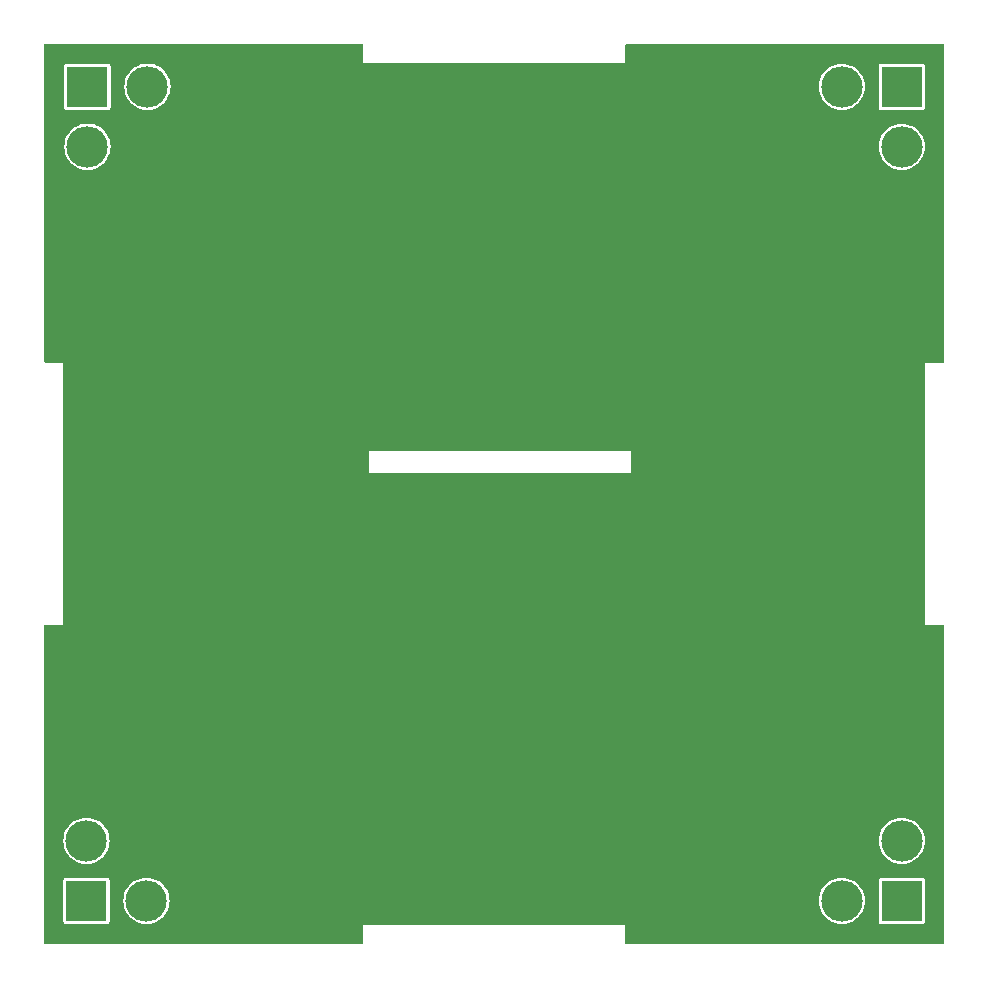
<source format=gbr>
%TF.GenerationSoftware,KiCad,Pcbnew,7.0.5-0*%
%TF.CreationDate,2024-04-21T20:24:40-04:00*%
%TF.ProjectId,swr_meter_bottom,7377725f-6d65-4746-9572-5f626f74746f,rev?*%
%TF.SameCoordinates,Original*%
%TF.FileFunction,Copper,L1,Top*%
%TF.FilePolarity,Positive*%
%FSLAX46Y46*%
G04 Gerber Fmt 4.6, Leading zero omitted, Abs format (unit mm)*
G04 Created by KiCad (PCBNEW 7.0.5-0) date 2024-04-21 20:24:40*
%MOMM*%
%LPD*%
G01*
G04 APERTURE LIST*
%TA.AperFunction,ComponentPad*%
%ADD10R,3.500000X3.500000*%
%TD*%
%TA.AperFunction,ComponentPad*%
%ADD11O,3.500000X3.500000*%
%TD*%
G04 APERTURE END LIST*
D10*
%TO.P,J48,1,Pin_1*%
%TO.N,N/C*%
X172615000Y-27435000D03*
D11*
%TO.P,J48,2,Pin_2*%
X167535000Y-27435000D03*
%TO.P,J48,3,Pin_3*%
X172615000Y-32515000D03*
%TD*%
D10*
%TO.P,J47,1,Pin_1*%
%TO.N,N/C*%
X172610000Y-96370000D03*
D11*
%TO.P,J47,2,Pin_2*%
X172610000Y-91290000D03*
%TO.P,J47,3,Pin_3*%
X167530000Y-96370000D03*
%TD*%
D10*
%TO.P,J45,1,Pin_1*%
%TO.N,N/C*%
X103660000Y-27430000D03*
D11*
%TO.P,J45,2,Pin_2*%
X103660000Y-32510000D03*
%TO.P,J45,3,Pin_3*%
X108740000Y-27430000D03*
%TD*%
D10*
%TO.P,J46,1,Pin_1*%
%TO.N,N/C*%
X103580000Y-96365000D03*
D11*
%TO.P,J46,2,Pin_2*%
X108660000Y-96365000D03*
%TO.P,J46,3,Pin_3*%
X103580000Y-91285000D03*
%TD*%
%TA.AperFunction,NonConductor*%
G36*
X176158044Y-23819666D02*
G01*
X176194589Y-23869966D01*
X176199513Y-23901053D01*
X176199513Y-50698900D01*
X176180300Y-50758031D01*
X176130000Y-50794576D01*
X176098913Y-50799500D01*
X174620106Y-50799500D01*
X174619970Y-50799472D01*
X174619970Y-50799473D01*
X174599997Y-50799458D01*
X174599617Y-50799615D01*
X174599463Y-50799990D01*
X174599500Y-50818556D01*
X174599500Y-72980038D01*
X174599424Y-72980419D01*
X174599463Y-73000009D01*
X174599617Y-73000384D01*
X174599997Y-73000541D01*
X174599999Y-73000540D01*
X174600000Y-73000541D01*
X174600000Y-73000540D01*
X174619970Y-73000527D01*
X174620106Y-73000500D01*
X176098913Y-73000500D01*
X176158044Y-73019713D01*
X176194589Y-73070013D01*
X176199513Y-73101100D01*
X176199513Y-99898900D01*
X176180300Y-99958031D01*
X176130000Y-99994576D01*
X176098913Y-99999500D01*
X149301102Y-99999500D01*
X149241971Y-99980287D01*
X149205426Y-99929987D01*
X149200502Y-99898900D01*
X149200501Y-98408365D01*
X149200541Y-98400003D01*
X149200543Y-98400001D01*
X149200385Y-98399618D01*
X149200384Y-98399617D01*
X149200122Y-98399509D01*
X149200004Y-98399460D01*
X149180102Y-98399460D01*
X149179896Y-98399501D01*
X127020108Y-98399501D01*
X127019902Y-98399460D01*
X126999999Y-98399460D01*
X126999881Y-98399509D01*
X126999619Y-98399616D01*
X126999618Y-98399617D01*
X126999460Y-98399998D01*
X126999475Y-98419971D01*
X126999502Y-98420107D01*
X126999502Y-99898900D01*
X126980289Y-99958031D01*
X126929989Y-99994576D01*
X126898902Y-99999500D01*
X100101100Y-99999500D01*
X100041969Y-99980287D01*
X100005424Y-99929987D01*
X100000500Y-99898900D01*
X100000500Y-98135064D01*
X101626300Y-98135064D01*
X101627295Y-98140064D01*
X101638118Y-98194479D01*
X101638119Y-98194480D01*
X101683140Y-98261860D01*
X101750520Y-98306881D01*
X101809936Y-98318700D01*
X101809937Y-98318700D01*
X105350063Y-98318700D01*
X105350064Y-98318700D01*
X105409480Y-98306881D01*
X105476860Y-98261860D01*
X105521881Y-98194480D01*
X105533700Y-98135064D01*
X105533700Y-96365000D01*
X106701309Y-96365000D01*
X106721246Y-96643751D01*
X106721246Y-96643754D01*
X106721247Y-96643757D01*
X106780651Y-96916831D01*
X106878307Y-97178659D01*
X106878310Y-97178666D01*
X106878312Y-97178670D01*
X106945277Y-97301308D01*
X107012245Y-97423951D01*
X107012246Y-97423952D01*
X107179717Y-97647667D01*
X107377332Y-97845282D01*
X107601047Y-98012753D01*
X107601048Y-98012754D01*
X107601052Y-98012756D01*
X107846330Y-98146688D01*
X107846337Y-98146690D01*
X107846340Y-98146692D01*
X108108168Y-98244348D01*
X108108173Y-98244350D01*
X108381249Y-98303754D01*
X108660000Y-98323691D01*
X108938751Y-98303754D01*
X109211827Y-98244350D01*
X109473670Y-98146688D01*
X109718948Y-98012756D01*
X109942670Y-97845280D01*
X110140280Y-97647670D01*
X110307756Y-97423948D01*
X110441688Y-97178670D01*
X110539350Y-96916827D01*
X110598754Y-96643751D01*
X110618333Y-96370000D01*
X165571309Y-96370000D01*
X165591246Y-96648751D01*
X165591246Y-96648754D01*
X165591247Y-96648757D01*
X165650651Y-96921831D01*
X165748307Y-97183659D01*
X165748310Y-97183666D01*
X165748312Y-97183670D01*
X165815278Y-97306309D01*
X165882245Y-97428951D01*
X165882246Y-97428952D01*
X166049717Y-97652667D01*
X166247332Y-97850282D01*
X166471047Y-98017753D01*
X166471048Y-98017754D01*
X166471052Y-98017756D01*
X166716330Y-98151688D01*
X166716337Y-98151690D01*
X166716340Y-98151692D01*
X166831060Y-98194480D01*
X166964767Y-98244350D01*
X166978168Y-98249348D01*
X166978173Y-98249350D01*
X167251249Y-98308754D01*
X167530000Y-98328691D01*
X167808751Y-98308754D01*
X168081827Y-98249350D01*
X168343670Y-98151688D01*
X168364958Y-98140064D01*
X170656300Y-98140064D01*
X170658612Y-98151688D01*
X170668118Y-98199479D01*
X170668119Y-98199480D01*
X170713140Y-98266860D01*
X170780520Y-98311881D01*
X170839936Y-98323700D01*
X170839937Y-98323700D01*
X174380063Y-98323700D01*
X174380064Y-98323700D01*
X174439480Y-98311881D01*
X174506860Y-98266860D01*
X174551881Y-98199480D01*
X174563700Y-98140064D01*
X174563700Y-94599936D01*
X174551881Y-94540520D01*
X174506860Y-94473140D01*
X174461837Y-94443057D01*
X174439479Y-94428118D01*
X174391882Y-94418650D01*
X174380064Y-94416300D01*
X170839936Y-94416300D01*
X170830078Y-94418260D01*
X170780520Y-94428118D01*
X170713140Y-94473140D01*
X170668118Y-94540520D01*
X170659608Y-94583307D01*
X170656300Y-94599936D01*
X170656300Y-98140064D01*
X168364958Y-98140064D01*
X168588948Y-98017756D01*
X168812670Y-97850280D01*
X169010280Y-97652670D01*
X169177756Y-97428948D01*
X169311688Y-97183670D01*
X169409350Y-96921827D01*
X169468754Y-96648751D01*
X169488691Y-96370000D01*
X169468754Y-96091249D01*
X169409350Y-95818173D01*
X169311688Y-95556330D01*
X169177756Y-95311052D01*
X169177754Y-95311048D01*
X169177753Y-95311047D01*
X169010282Y-95087332D01*
X168812667Y-94889717D01*
X168588952Y-94722246D01*
X168588951Y-94722245D01*
X168466309Y-94655278D01*
X168343670Y-94588312D01*
X168343666Y-94588310D01*
X168343659Y-94588307D01*
X168081831Y-94490651D01*
X168081832Y-94490651D01*
X167808757Y-94431247D01*
X167808754Y-94431246D01*
X167808751Y-94431246D01*
X167530000Y-94411309D01*
X167251249Y-94431246D01*
X167251245Y-94431246D01*
X167251242Y-94431247D01*
X166978168Y-94490651D01*
X166716340Y-94588307D01*
X166716332Y-94588311D01*
X166471048Y-94722245D01*
X166471047Y-94722246D01*
X166247332Y-94889717D01*
X166049717Y-95087332D01*
X165882246Y-95311047D01*
X165882245Y-95311048D01*
X165748311Y-95556332D01*
X165748307Y-95556340D01*
X165650651Y-95818168D01*
X165591247Y-96091242D01*
X165591246Y-96091245D01*
X165591246Y-96091249D01*
X165571309Y-96370000D01*
X110618333Y-96370000D01*
X110618691Y-96365000D01*
X110598754Y-96086249D01*
X110539350Y-95813173D01*
X110441688Y-95551330D01*
X110310484Y-95311048D01*
X110307754Y-95306048D01*
X110307753Y-95306047D01*
X110140282Y-95082332D01*
X109942667Y-94884717D01*
X109718952Y-94717246D01*
X109718951Y-94717245D01*
X109596309Y-94650277D01*
X109473670Y-94583312D01*
X109473666Y-94583310D01*
X109473659Y-94583307D01*
X109211831Y-94485651D01*
X109211832Y-94485651D01*
X108938757Y-94426247D01*
X108938754Y-94426246D01*
X108938751Y-94426246D01*
X108660000Y-94406309D01*
X108381249Y-94426246D01*
X108381245Y-94426246D01*
X108381242Y-94426247D01*
X108108168Y-94485651D01*
X107846340Y-94583307D01*
X107846332Y-94583311D01*
X107601048Y-94717245D01*
X107601047Y-94717246D01*
X107377332Y-94884717D01*
X107179717Y-95082332D01*
X107012246Y-95306047D01*
X107012245Y-95306048D01*
X106878311Y-95551332D01*
X106878307Y-95551340D01*
X106780651Y-95813168D01*
X106721247Y-96086242D01*
X106721246Y-96086245D01*
X106721246Y-96086249D01*
X106701309Y-96365000D01*
X105533700Y-96365000D01*
X105533700Y-94594936D01*
X105521881Y-94535520D01*
X105476860Y-94468140D01*
X105421643Y-94431246D01*
X105409479Y-94423118D01*
X105361882Y-94413650D01*
X105350064Y-94411300D01*
X101809936Y-94411300D01*
X101800078Y-94413260D01*
X101750520Y-94423118D01*
X101683140Y-94468140D01*
X101638118Y-94535520D01*
X101628613Y-94583307D01*
X101626300Y-94594936D01*
X101626300Y-98135064D01*
X100000500Y-98135064D01*
X100000500Y-91285000D01*
X101621309Y-91285000D01*
X101641246Y-91563751D01*
X101641246Y-91563754D01*
X101641247Y-91563757D01*
X101700651Y-91836831D01*
X101798307Y-92098659D01*
X101798310Y-92098666D01*
X101798312Y-92098670D01*
X101865277Y-92221309D01*
X101932245Y-92343951D01*
X101932246Y-92343952D01*
X102099717Y-92567667D01*
X102297332Y-92765282D01*
X102521047Y-92932753D01*
X102521048Y-92932754D01*
X102521052Y-92932756D01*
X102766330Y-93066688D01*
X102766337Y-93066690D01*
X102766340Y-93066692D01*
X103028168Y-93164348D01*
X103028173Y-93164350D01*
X103301249Y-93223754D01*
X103580000Y-93243691D01*
X103858751Y-93223754D01*
X104131827Y-93164350D01*
X104393670Y-93066688D01*
X104638948Y-92932756D01*
X104862670Y-92765280D01*
X105060280Y-92567670D01*
X105227756Y-92343948D01*
X105361688Y-92098670D01*
X105459350Y-91836827D01*
X105518754Y-91563751D01*
X105538333Y-91290000D01*
X170651309Y-91290000D01*
X170671246Y-91568751D01*
X170671246Y-91568754D01*
X170671247Y-91568757D01*
X170730651Y-91841831D01*
X170828307Y-92103659D01*
X170828310Y-92103666D01*
X170828312Y-92103670D01*
X170895278Y-92226308D01*
X170962245Y-92348951D01*
X170962246Y-92348952D01*
X171129717Y-92572667D01*
X171327332Y-92770282D01*
X171551047Y-92937753D01*
X171551048Y-92937754D01*
X171551052Y-92937756D01*
X171796330Y-93071688D01*
X171796337Y-93071690D01*
X171796340Y-93071692D01*
X171970891Y-93136796D01*
X172044767Y-93164350D01*
X172058168Y-93169348D01*
X172058173Y-93169350D01*
X172331249Y-93228754D01*
X172610000Y-93248691D01*
X172888751Y-93228754D01*
X173161827Y-93169350D01*
X173423670Y-93071688D01*
X173668948Y-92937756D01*
X173892670Y-92770280D01*
X174090280Y-92572670D01*
X174257756Y-92348948D01*
X174391688Y-92103670D01*
X174489350Y-91841827D01*
X174548754Y-91568751D01*
X174568691Y-91290000D01*
X174548754Y-91011249D01*
X174489350Y-90738173D01*
X174391688Y-90476330D01*
X174257756Y-90231052D01*
X174257754Y-90231048D01*
X174257753Y-90231047D01*
X174090282Y-90007332D01*
X173892667Y-89809717D01*
X173668952Y-89642246D01*
X173668951Y-89642245D01*
X173546309Y-89575277D01*
X173423670Y-89508312D01*
X173423666Y-89508310D01*
X173423659Y-89508307D01*
X173161831Y-89410651D01*
X173161832Y-89410651D01*
X172888757Y-89351247D01*
X172888754Y-89351246D01*
X172888751Y-89351246D01*
X172610000Y-89331309D01*
X172609999Y-89331309D01*
X172575074Y-89333806D01*
X172331249Y-89351246D01*
X172331245Y-89351246D01*
X172331242Y-89351247D01*
X172058168Y-89410651D01*
X171796340Y-89508307D01*
X171796332Y-89508311D01*
X171551048Y-89642245D01*
X171551047Y-89642246D01*
X171327332Y-89809717D01*
X171129717Y-90007332D01*
X170962246Y-90231047D01*
X170962245Y-90231048D01*
X170828311Y-90476332D01*
X170828307Y-90476340D01*
X170730651Y-90738168D01*
X170671247Y-91011242D01*
X170671246Y-91011245D01*
X170671246Y-91011249D01*
X170651309Y-91290000D01*
X105538333Y-91290000D01*
X105538691Y-91285000D01*
X105518754Y-91006249D01*
X105459350Y-90733173D01*
X105361688Y-90471330D01*
X105230484Y-90231048D01*
X105227754Y-90226048D01*
X105227753Y-90226047D01*
X105060282Y-90002332D01*
X104862667Y-89804717D01*
X104638952Y-89637246D01*
X104638951Y-89637245D01*
X104516309Y-89570277D01*
X104393670Y-89503312D01*
X104393666Y-89503310D01*
X104393659Y-89503307D01*
X104131831Y-89405651D01*
X104131832Y-89405651D01*
X103858757Y-89346247D01*
X103858754Y-89346246D01*
X103858751Y-89346246D01*
X103580000Y-89326309D01*
X103301249Y-89346246D01*
X103301245Y-89346246D01*
X103301242Y-89346247D01*
X103028168Y-89405651D01*
X102766340Y-89503307D01*
X102766332Y-89503311D01*
X102521048Y-89637245D01*
X102521047Y-89637246D01*
X102297332Y-89804717D01*
X102099717Y-90002332D01*
X101932246Y-90226047D01*
X101932245Y-90226048D01*
X101798311Y-90471332D01*
X101798307Y-90471340D01*
X101700651Y-90733168D01*
X101641247Y-91006242D01*
X101641246Y-91006245D01*
X101641246Y-91006249D01*
X101621309Y-91285000D01*
X100000500Y-91285000D01*
X100000500Y-73101100D01*
X100019713Y-73041969D01*
X100070013Y-73005424D01*
X100101100Y-73000500D01*
X101579894Y-73000500D01*
X101580029Y-73000527D01*
X101580030Y-73000527D01*
X101599999Y-73000540D01*
X101600000Y-73000541D01*
X101600000Y-73000540D01*
X101600002Y-73000541D01*
X101600382Y-73000384D01*
X101600382Y-73000383D01*
X101600383Y-73000383D01*
X101600500Y-73000099D01*
X101600541Y-73000000D01*
X101600575Y-72980460D01*
X101600500Y-72980077D01*
X101600500Y-60080460D01*
X127516824Y-60080460D01*
X127516858Y-60100000D01*
X127516935Y-60100184D01*
X127517017Y-60100384D01*
X127517397Y-60100541D01*
X127517399Y-60100540D01*
X127517400Y-60100541D01*
X127517400Y-60100540D01*
X127537370Y-60100527D01*
X127537506Y-60100500D01*
X149679896Y-60100500D01*
X149680031Y-60100527D01*
X149680032Y-60100527D01*
X149700001Y-60100540D01*
X149700002Y-60100541D01*
X149700002Y-60100540D01*
X149700004Y-60100541D01*
X149700384Y-60100384D01*
X149700384Y-60100383D01*
X149700385Y-60100383D01*
X149700502Y-60100099D01*
X149700543Y-60100000D01*
X149700577Y-60080460D01*
X149700502Y-60080077D01*
X149700502Y-58320106D01*
X149700528Y-58319970D01*
X149700543Y-58299997D01*
X149700385Y-58299616D01*
X149700122Y-58299508D01*
X149700004Y-58299459D01*
X149680102Y-58299459D01*
X149679896Y-58299500D01*
X127537506Y-58299500D01*
X127537300Y-58299459D01*
X127517397Y-58299459D01*
X127517279Y-58299508D01*
X127517017Y-58299615D01*
X127517016Y-58299616D01*
X127516858Y-58299997D01*
X127516873Y-58319970D01*
X127516900Y-58320106D01*
X127516900Y-60080077D01*
X127516824Y-60080460D01*
X101600500Y-60080460D01*
X101600500Y-50820106D01*
X101600526Y-50819970D01*
X101600541Y-50799997D01*
X101600383Y-50799616D01*
X101600120Y-50799508D01*
X101600002Y-50799459D01*
X101580100Y-50799459D01*
X101579894Y-50799500D01*
X100101100Y-50799500D01*
X100041969Y-50780287D01*
X100005424Y-50729987D01*
X100000500Y-50698900D01*
X100000500Y-32510000D01*
X101701309Y-32510000D01*
X101721246Y-32788751D01*
X101721246Y-32788754D01*
X101721247Y-32788757D01*
X101780651Y-33061831D01*
X101878307Y-33323659D01*
X101878310Y-33323666D01*
X101878312Y-33323670D01*
X101945278Y-33446309D01*
X102012245Y-33568951D01*
X102012246Y-33568952D01*
X102179717Y-33792667D01*
X102377332Y-33990282D01*
X102601047Y-34157753D01*
X102601048Y-34157754D01*
X102601052Y-34157756D01*
X102846330Y-34291688D01*
X102846337Y-34291690D01*
X102846340Y-34291692D01*
X103108168Y-34389348D01*
X103108173Y-34389350D01*
X103381249Y-34448754D01*
X103660000Y-34468691D01*
X103938751Y-34448754D01*
X104211827Y-34389350D01*
X104473670Y-34291688D01*
X104718948Y-34157756D01*
X104942670Y-33990280D01*
X105140280Y-33792670D01*
X105307756Y-33568948D01*
X105441688Y-33323670D01*
X105539350Y-33061827D01*
X105598754Y-32788751D01*
X105618333Y-32515000D01*
X170656309Y-32515000D01*
X170676246Y-32793751D01*
X170676246Y-32793754D01*
X170676247Y-32793757D01*
X170735651Y-33066831D01*
X170833307Y-33328659D01*
X170833310Y-33328666D01*
X170833312Y-33328670D01*
X170900278Y-33451309D01*
X170967245Y-33573951D01*
X170967246Y-33573952D01*
X171134717Y-33797667D01*
X171332332Y-33995282D01*
X171556047Y-34162753D01*
X171556048Y-34162754D01*
X171556052Y-34162756D01*
X171801330Y-34296688D01*
X171801337Y-34296690D01*
X171801340Y-34296692D01*
X171975891Y-34361795D01*
X172049767Y-34389350D01*
X172063168Y-34394348D01*
X172063173Y-34394350D01*
X172336249Y-34453754D01*
X172615000Y-34473691D01*
X172893751Y-34453754D01*
X173166827Y-34394350D01*
X173428670Y-34296688D01*
X173673948Y-34162756D01*
X173897670Y-33995280D01*
X174095280Y-33797670D01*
X174262756Y-33573948D01*
X174396688Y-33328670D01*
X174494350Y-33066827D01*
X174553754Y-32793751D01*
X174573691Y-32515000D01*
X174553754Y-32236249D01*
X174494350Y-31963173D01*
X174396688Y-31701330D01*
X174262756Y-31456052D01*
X174262754Y-31456048D01*
X174262753Y-31456047D01*
X174095282Y-31232332D01*
X173897667Y-31034717D01*
X173673952Y-30867246D01*
X173673951Y-30867245D01*
X173551309Y-30800277D01*
X173428670Y-30733312D01*
X173428666Y-30733310D01*
X173428659Y-30733307D01*
X173166831Y-30635651D01*
X173166832Y-30635651D01*
X172893757Y-30576247D01*
X172893754Y-30576246D01*
X172893751Y-30576246D01*
X172615000Y-30556309D01*
X172336249Y-30576246D01*
X172336245Y-30576246D01*
X172336242Y-30576247D01*
X172063168Y-30635651D01*
X171801340Y-30733307D01*
X171801332Y-30733311D01*
X171556048Y-30867245D01*
X171556047Y-30867246D01*
X171332332Y-31034717D01*
X171134717Y-31232332D01*
X170967246Y-31456047D01*
X170967245Y-31456048D01*
X170833311Y-31701332D01*
X170833307Y-31701340D01*
X170735651Y-31963168D01*
X170676247Y-32236242D01*
X170676246Y-32236245D01*
X170676246Y-32236249D01*
X170656309Y-32515000D01*
X105618333Y-32515000D01*
X105618691Y-32510000D01*
X105598754Y-32231249D01*
X105539350Y-31958173D01*
X105441688Y-31696330D01*
X105310484Y-31456048D01*
X105307754Y-31451048D01*
X105307753Y-31451047D01*
X105140282Y-31227332D01*
X104942667Y-31029717D01*
X104718952Y-30862246D01*
X104718951Y-30862245D01*
X104596309Y-30795277D01*
X104473670Y-30728312D01*
X104473666Y-30728310D01*
X104473659Y-30728307D01*
X104211831Y-30630651D01*
X104211832Y-30630651D01*
X103938757Y-30571247D01*
X103938754Y-30571246D01*
X103938751Y-30571246D01*
X103660000Y-30551309D01*
X103381249Y-30571246D01*
X103381245Y-30571246D01*
X103381242Y-30571247D01*
X103108168Y-30630651D01*
X102846340Y-30728307D01*
X102846332Y-30728311D01*
X102601048Y-30862245D01*
X102601047Y-30862246D01*
X102377332Y-31029717D01*
X102179717Y-31227332D01*
X102012246Y-31451047D01*
X102012245Y-31451048D01*
X101878311Y-31696332D01*
X101878307Y-31696340D01*
X101780651Y-31958168D01*
X101721247Y-32231242D01*
X101721246Y-32231245D01*
X101721246Y-32231249D01*
X101701309Y-32510000D01*
X100000500Y-32510000D01*
X100000500Y-29200064D01*
X101706300Y-29200064D01*
X101707295Y-29205064D01*
X101718118Y-29259479D01*
X101718119Y-29259480D01*
X101763140Y-29326860D01*
X101830520Y-29371881D01*
X101889936Y-29383700D01*
X101889937Y-29383700D01*
X105430063Y-29383700D01*
X105430064Y-29383700D01*
X105489480Y-29371881D01*
X105556860Y-29326860D01*
X105601881Y-29259480D01*
X105613700Y-29200064D01*
X105613700Y-27430000D01*
X106781309Y-27430000D01*
X106801246Y-27708751D01*
X106801246Y-27708754D01*
X106801247Y-27708757D01*
X106860651Y-27981831D01*
X106958307Y-28243659D01*
X106958310Y-28243666D01*
X106958312Y-28243670D01*
X107025278Y-28366308D01*
X107092245Y-28488951D01*
X107092246Y-28488952D01*
X107259717Y-28712667D01*
X107457332Y-28910282D01*
X107681047Y-29077753D01*
X107681048Y-29077754D01*
X107681052Y-29077756D01*
X107926330Y-29211688D01*
X107926337Y-29211690D01*
X107926340Y-29211692D01*
X108188168Y-29309348D01*
X108188173Y-29309350D01*
X108461249Y-29368754D01*
X108740000Y-29388691D01*
X109018751Y-29368754D01*
X109291827Y-29309350D01*
X109553670Y-29211688D01*
X109798948Y-29077756D01*
X110022670Y-28910280D01*
X110220280Y-28712670D01*
X110387756Y-28488948D01*
X110521688Y-28243670D01*
X110619350Y-27981827D01*
X110678754Y-27708751D01*
X110698333Y-27435000D01*
X165576309Y-27435000D01*
X165596246Y-27713751D01*
X165596246Y-27713754D01*
X165596247Y-27713757D01*
X165655651Y-27986831D01*
X165753307Y-28248659D01*
X165753310Y-28248666D01*
X165753312Y-28248670D01*
X165820278Y-28371308D01*
X165887245Y-28493951D01*
X165887246Y-28493952D01*
X166054717Y-28717667D01*
X166252332Y-28915282D01*
X166476047Y-29082753D01*
X166476048Y-29082754D01*
X166476052Y-29082756D01*
X166721330Y-29216688D01*
X166721337Y-29216690D01*
X166721340Y-29216692D01*
X166836060Y-29259480D01*
X166969767Y-29309350D01*
X166983168Y-29314348D01*
X166983173Y-29314350D01*
X167256249Y-29373754D01*
X167535000Y-29393691D01*
X167813751Y-29373754D01*
X168086827Y-29314350D01*
X168348670Y-29216688D01*
X168369958Y-29205064D01*
X170661300Y-29205064D01*
X170663612Y-29216688D01*
X170673118Y-29264479D01*
X170673119Y-29264480D01*
X170718140Y-29331860D01*
X170785520Y-29376881D01*
X170844936Y-29388700D01*
X170844937Y-29388700D01*
X174385063Y-29388700D01*
X174385064Y-29388700D01*
X174444480Y-29376881D01*
X174511860Y-29331860D01*
X174556881Y-29264480D01*
X174568700Y-29205064D01*
X174568700Y-25664936D01*
X174556881Y-25605520D01*
X174511860Y-25538140D01*
X174466838Y-25508057D01*
X174444479Y-25493118D01*
X174396882Y-25483650D01*
X174385064Y-25481300D01*
X170844936Y-25481300D01*
X170835078Y-25483260D01*
X170785520Y-25493118D01*
X170718140Y-25538140D01*
X170673118Y-25605520D01*
X170664608Y-25648307D01*
X170661300Y-25664936D01*
X170661300Y-29205064D01*
X168369958Y-29205064D01*
X168593948Y-29082756D01*
X168817670Y-28915280D01*
X169015280Y-28717670D01*
X169182756Y-28493948D01*
X169316688Y-28248670D01*
X169414350Y-27986827D01*
X169473754Y-27713751D01*
X169493691Y-27435000D01*
X169473754Y-27156249D01*
X169414350Y-26883173D01*
X169316688Y-26621330D01*
X169182756Y-26376052D01*
X169182754Y-26376048D01*
X169182753Y-26376047D01*
X169015282Y-26152332D01*
X168817667Y-25954717D01*
X168593952Y-25787246D01*
X168593951Y-25787245D01*
X168471308Y-25720277D01*
X168348670Y-25653312D01*
X168348666Y-25653310D01*
X168348659Y-25653307D01*
X168086831Y-25555651D01*
X168086832Y-25555651D01*
X167813757Y-25496247D01*
X167813754Y-25496246D01*
X167813751Y-25496246D01*
X167535000Y-25476309D01*
X167534999Y-25476309D01*
X167500074Y-25478806D01*
X167256249Y-25496246D01*
X167256245Y-25496246D01*
X167256242Y-25496247D01*
X166983168Y-25555651D01*
X166721340Y-25653307D01*
X166721332Y-25653311D01*
X166476048Y-25787245D01*
X166476047Y-25787246D01*
X166252332Y-25954717D01*
X166054717Y-26152332D01*
X165887246Y-26376047D01*
X165887245Y-26376048D01*
X165753311Y-26621332D01*
X165753307Y-26621340D01*
X165655651Y-26883168D01*
X165596247Y-27156242D01*
X165596246Y-27156245D01*
X165596246Y-27156249D01*
X165576309Y-27435000D01*
X110698333Y-27435000D01*
X110698691Y-27430000D01*
X110678754Y-27151249D01*
X110619350Y-26878173D01*
X110521688Y-26616330D01*
X110390484Y-26376048D01*
X110387754Y-26371048D01*
X110387753Y-26371047D01*
X110220282Y-26147332D01*
X110022667Y-25949717D01*
X109798952Y-25782246D01*
X109798951Y-25782245D01*
X109676309Y-25715277D01*
X109553670Y-25648312D01*
X109553666Y-25648310D01*
X109553659Y-25648307D01*
X109291831Y-25550651D01*
X109291832Y-25550651D01*
X109018757Y-25491247D01*
X109018754Y-25491246D01*
X109018751Y-25491246D01*
X108740000Y-25471309D01*
X108739999Y-25471309D01*
X108705074Y-25473806D01*
X108461249Y-25491246D01*
X108461245Y-25491246D01*
X108461242Y-25491247D01*
X108188168Y-25550651D01*
X107926340Y-25648307D01*
X107926332Y-25648311D01*
X107681048Y-25782245D01*
X107681047Y-25782246D01*
X107457332Y-25949717D01*
X107259717Y-26147332D01*
X107092246Y-26371047D01*
X107092245Y-26371048D01*
X106958311Y-26616332D01*
X106958307Y-26616340D01*
X106860651Y-26878168D01*
X106801247Y-27151242D01*
X106801246Y-27151245D01*
X106801246Y-27151249D01*
X106781309Y-27430000D01*
X105613700Y-27430000D01*
X105613700Y-25659936D01*
X105601881Y-25600520D01*
X105556860Y-25533140D01*
X105501643Y-25496246D01*
X105489479Y-25488118D01*
X105441882Y-25478650D01*
X105430064Y-25476300D01*
X101889936Y-25476300D01*
X101880078Y-25478260D01*
X101830520Y-25488118D01*
X101763140Y-25533140D01*
X101718118Y-25600520D01*
X101708613Y-25648307D01*
X101706300Y-25659936D01*
X101706300Y-29200064D01*
X100000500Y-29200064D01*
X100000500Y-23901053D01*
X100019713Y-23841922D01*
X100070013Y-23805377D01*
X100101099Y-23800453D01*
X126898904Y-23800470D01*
X126958033Y-23819683D01*
X126994578Y-23869983D01*
X126999502Y-23901070D01*
X126999502Y-25380078D01*
X126999426Y-25380461D01*
X126999460Y-25400001D01*
X126999537Y-25400185D01*
X126999619Y-25400385D01*
X126999999Y-25400542D01*
X127000001Y-25400541D01*
X127000002Y-25400542D01*
X127000002Y-25400541D01*
X127019972Y-25400528D01*
X127020108Y-25400501D01*
X149179896Y-25400501D01*
X149180031Y-25400528D01*
X149180032Y-25400528D01*
X149200001Y-25400541D01*
X149200002Y-25400542D01*
X149200002Y-25400541D01*
X149200004Y-25400542D01*
X149200384Y-25400385D01*
X149200384Y-25400384D01*
X149200385Y-25400384D01*
X149200502Y-25400100D01*
X149200543Y-25400001D01*
X149200577Y-25380461D01*
X149200502Y-25380078D01*
X149200502Y-23901053D01*
X149219715Y-23841922D01*
X149270015Y-23805377D01*
X149301102Y-23800453D01*
X176098913Y-23800453D01*
X176158044Y-23819666D01*
G37*
%TD.AperFunction*%
%TA.AperFunction,NonConductor*%
G36*
X176158044Y-23819666D02*
G01*
X176194589Y-23869966D01*
X176199513Y-23901053D01*
X176199513Y-50698900D01*
X176180300Y-50758031D01*
X176130000Y-50794576D01*
X176098913Y-50799500D01*
X174620106Y-50799500D01*
X174619970Y-50799472D01*
X174619970Y-50799473D01*
X174599997Y-50799458D01*
X174599617Y-50799615D01*
X174599463Y-50799990D01*
X174599500Y-50818556D01*
X174599500Y-72980038D01*
X174599424Y-72980419D01*
X174599463Y-73000009D01*
X174599617Y-73000384D01*
X174599997Y-73000541D01*
X174599999Y-73000540D01*
X174600000Y-73000541D01*
X174600000Y-73000540D01*
X174619970Y-73000527D01*
X174620106Y-73000500D01*
X176098913Y-73000500D01*
X176158044Y-73019713D01*
X176194589Y-73070013D01*
X176199513Y-73101100D01*
X176199513Y-99898900D01*
X176180300Y-99958031D01*
X176130000Y-99994576D01*
X176098913Y-99999500D01*
X149301102Y-99999500D01*
X149241971Y-99980287D01*
X149205426Y-99929987D01*
X149200502Y-99898900D01*
X149200501Y-98408365D01*
X149200541Y-98400003D01*
X149200543Y-98400001D01*
X149200385Y-98399618D01*
X149200384Y-98399617D01*
X149200122Y-98399509D01*
X149200004Y-98399460D01*
X149180102Y-98399460D01*
X149179896Y-98399501D01*
X127020108Y-98399501D01*
X127019902Y-98399460D01*
X126999999Y-98399460D01*
X126999881Y-98399509D01*
X126999619Y-98399616D01*
X126999618Y-98399617D01*
X126999460Y-98399998D01*
X126999475Y-98419971D01*
X126999502Y-98420107D01*
X126999502Y-99898900D01*
X126980289Y-99958031D01*
X126929989Y-99994576D01*
X126898902Y-99999500D01*
X100101100Y-99999500D01*
X100041969Y-99980287D01*
X100005424Y-99929987D01*
X100000500Y-99898900D01*
X100000500Y-98135064D01*
X101626300Y-98135064D01*
X101627295Y-98140064D01*
X101638118Y-98194479D01*
X101638119Y-98194480D01*
X101683140Y-98261860D01*
X101750520Y-98306881D01*
X101809936Y-98318700D01*
X101809937Y-98318700D01*
X105350063Y-98318700D01*
X105350064Y-98318700D01*
X105409480Y-98306881D01*
X105476860Y-98261860D01*
X105521881Y-98194480D01*
X105533700Y-98135064D01*
X105533700Y-96365000D01*
X106701309Y-96365000D01*
X106721246Y-96643751D01*
X106721246Y-96643754D01*
X106721247Y-96643757D01*
X106780651Y-96916831D01*
X106878307Y-97178659D01*
X106878310Y-97178666D01*
X106878312Y-97178670D01*
X106945277Y-97301308D01*
X107012245Y-97423951D01*
X107012246Y-97423952D01*
X107179717Y-97647667D01*
X107377332Y-97845282D01*
X107601047Y-98012753D01*
X107601048Y-98012754D01*
X107601052Y-98012756D01*
X107846330Y-98146688D01*
X107846337Y-98146690D01*
X107846340Y-98146692D01*
X108108168Y-98244348D01*
X108108173Y-98244350D01*
X108381249Y-98303754D01*
X108660000Y-98323691D01*
X108938751Y-98303754D01*
X109211827Y-98244350D01*
X109473670Y-98146688D01*
X109718948Y-98012756D01*
X109942670Y-97845280D01*
X110140280Y-97647670D01*
X110307756Y-97423948D01*
X110441688Y-97178670D01*
X110539350Y-96916827D01*
X110598754Y-96643751D01*
X110618333Y-96370000D01*
X165571309Y-96370000D01*
X165591246Y-96648751D01*
X165591246Y-96648754D01*
X165591247Y-96648757D01*
X165650651Y-96921831D01*
X165748307Y-97183659D01*
X165748310Y-97183666D01*
X165748312Y-97183670D01*
X165815278Y-97306309D01*
X165882245Y-97428951D01*
X165882246Y-97428952D01*
X166049717Y-97652667D01*
X166247332Y-97850282D01*
X166471047Y-98017753D01*
X166471048Y-98017754D01*
X166471052Y-98017756D01*
X166716330Y-98151688D01*
X166716337Y-98151690D01*
X166716340Y-98151692D01*
X166831060Y-98194480D01*
X166964767Y-98244350D01*
X166978168Y-98249348D01*
X166978173Y-98249350D01*
X167251249Y-98308754D01*
X167530000Y-98328691D01*
X167808751Y-98308754D01*
X168081827Y-98249350D01*
X168343670Y-98151688D01*
X168364958Y-98140064D01*
X170656300Y-98140064D01*
X170658612Y-98151688D01*
X170668118Y-98199479D01*
X170668119Y-98199480D01*
X170713140Y-98266860D01*
X170780520Y-98311881D01*
X170839936Y-98323700D01*
X170839937Y-98323700D01*
X174380063Y-98323700D01*
X174380064Y-98323700D01*
X174439480Y-98311881D01*
X174506860Y-98266860D01*
X174551881Y-98199480D01*
X174563700Y-98140064D01*
X174563700Y-94599936D01*
X174551881Y-94540520D01*
X174506860Y-94473140D01*
X174461837Y-94443057D01*
X174439479Y-94428118D01*
X174391882Y-94418650D01*
X174380064Y-94416300D01*
X170839936Y-94416300D01*
X170830078Y-94418260D01*
X170780520Y-94428118D01*
X170713140Y-94473140D01*
X170668118Y-94540520D01*
X170659608Y-94583307D01*
X170656300Y-94599936D01*
X170656300Y-98140064D01*
X168364958Y-98140064D01*
X168588948Y-98017756D01*
X168812670Y-97850280D01*
X169010280Y-97652670D01*
X169177756Y-97428948D01*
X169311688Y-97183670D01*
X169409350Y-96921827D01*
X169468754Y-96648751D01*
X169488691Y-96370000D01*
X169468754Y-96091249D01*
X169409350Y-95818173D01*
X169311688Y-95556330D01*
X169177756Y-95311052D01*
X169177754Y-95311048D01*
X169177753Y-95311047D01*
X169010282Y-95087332D01*
X168812667Y-94889717D01*
X168588952Y-94722246D01*
X168588951Y-94722245D01*
X168466309Y-94655278D01*
X168343670Y-94588312D01*
X168343666Y-94588310D01*
X168343659Y-94588307D01*
X168081831Y-94490651D01*
X168081832Y-94490651D01*
X167808757Y-94431247D01*
X167808754Y-94431246D01*
X167808751Y-94431246D01*
X167530000Y-94411309D01*
X167251249Y-94431246D01*
X167251245Y-94431246D01*
X167251242Y-94431247D01*
X166978168Y-94490651D01*
X166716340Y-94588307D01*
X166716332Y-94588311D01*
X166471048Y-94722245D01*
X166471047Y-94722246D01*
X166247332Y-94889717D01*
X166049717Y-95087332D01*
X165882246Y-95311047D01*
X165882245Y-95311048D01*
X165748311Y-95556332D01*
X165748307Y-95556340D01*
X165650651Y-95818168D01*
X165591247Y-96091242D01*
X165591246Y-96091245D01*
X165591246Y-96091249D01*
X165571309Y-96370000D01*
X110618333Y-96370000D01*
X110618691Y-96365000D01*
X110598754Y-96086249D01*
X110539350Y-95813173D01*
X110441688Y-95551330D01*
X110310484Y-95311048D01*
X110307754Y-95306048D01*
X110307753Y-95306047D01*
X110140282Y-95082332D01*
X109942667Y-94884717D01*
X109718952Y-94717246D01*
X109718951Y-94717245D01*
X109596309Y-94650277D01*
X109473670Y-94583312D01*
X109473666Y-94583310D01*
X109473659Y-94583307D01*
X109211831Y-94485651D01*
X109211832Y-94485651D01*
X108938757Y-94426247D01*
X108938754Y-94426246D01*
X108938751Y-94426246D01*
X108660000Y-94406309D01*
X108381249Y-94426246D01*
X108381245Y-94426246D01*
X108381242Y-94426247D01*
X108108168Y-94485651D01*
X107846340Y-94583307D01*
X107846332Y-94583311D01*
X107601048Y-94717245D01*
X107601047Y-94717246D01*
X107377332Y-94884717D01*
X107179717Y-95082332D01*
X107012246Y-95306047D01*
X107012245Y-95306048D01*
X106878311Y-95551332D01*
X106878307Y-95551340D01*
X106780651Y-95813168D01*
X106721247Y-96086242D01*
X106721246Y-96086245D01*
X106721246Y-96086249D01*
X106701309Y-96365000D01*
X105533700Y-96365000D01*
X105533700Y-94594936D01*
X105521881Y-94535520D01*
X105476860Y-94468140D01*
X105421643Y-94431246D01*
X105409479Y-94423118D01*
X105361882Y-94413650D01*
X105350064Y-94411300D01*
X101809936Y-94411300D01*
X101800078Y-94413260D01*
X101750520Y-94423118D01*
X101683140Y-94468140D01*
X101638118Y-94535520D01*
X101628613Y-94583307D01*
X101626300Y-94594936D01*
X101626300Y-98135064D01*
X100000500Y-98135064D01*
X100000500Y-91285000D01*
X101621309Y-91285000D01*
X101641246Y-91563751D01*
X101641246Y-91563754D01*
X101641247Y-91563757D01*
X101700651Y-91836831D01*
X101798307Y-92098659D01*
X101798310Y-92098666D01*
X101798312Y-92098670D01*
X101865277Y-92221309D01*
X101932245Y-92343951D01*
X101932246Y-92343952D01*
X102099717Y-92567667D01*
X102297332Y-92765282D01*
X102521047Y-92932753D01*
X102521048Y-92932754D01*
X102521052Y-92932756D01*
X102766330Y-93066688D01*
X102766337Y-93066690D01*
X102766340Y-93066692D01*
X103028168Y-93164348D01*
X103028173Y-93164350D01*
X103301249Y-93223754D01*
X103580000Y-93243691D01*
X103858751Y-93223754D01*
X104131827Y-93164350D01*
X104393670Y-93066688D01*
X104638948Y-92932756D01*
X104862670Y-92765280D01*
X105060280Y-92567670D01*
X105227756Y-92343948D01*
X105361688Y-92098670D01*
X105459350Y-91836827D01*
X105518754Y-91563751D01*
X105538333Y-91290000D01*
X170651309Y-91290000D01*
X170671246Y-91568751D01*
X170671246Y-91568754D01*
X170671247Y-91568757D01*
X170730651Y-91841831D01*
X170828307Y-92103659D01*
X170828310Y-92103666D01*
X170828312Y-92103670D01*
X170895278Y-92226308D01*
X170962245Y-92348951D01*
X170962246Y-92348952D01*
X171129717Y-92572667D01*
X171327332Y-92770282D01*
X171551047Y-92937753D01*
X171551048Y-92937754D01*
X171551052Y-92937756D01*
X171796330Y-93071688D01*
X171796337Y-93071690D01*
X171796340Y-93071692D01*
X171970891Y-93136796D01*
X172044767Y-93164350D01*
X172058168Y-93169348D01*
X172058173Y-93169350D01*
X172331249Y-93228754D01*
X172610000Y-93248691D01*
X172888751Y-93228754D01*
X173161827Y-93169350D01*
X173423670Y-93071688D01*
X173668948Y-92937756D01*
X173892670Y-92770280D01*
X174090280Y-92572670D01*
X174257756Y-92348948D01*
X174391688Y-92103670D01*
X174489350Y-91841827D01*
X174548754Y-91568751D01*
X174568691Y-91290000D01*
X174548754Y-91011249D01*
X174489350Y-90738173D01*
X174391688Y-90476330D01*
X174257756Y-90231052D01*
X174257754Y-90231048D01*
X174257753Y-90231047D01*
X174090282Y-90007332D01*
X173892667Y-89809717D01*
X173668952Y-89642246D01*
X173668951Y-89642245D01*
X173546309Y-89575277D01*
X173423670Y-89508312D01*
X173423666Y-89508310D01*
X173423659Y-89508307D01*
X173161831Y-89410651D01*
X173161832Y-89410651D01*
X172888757Y-89351247D01*
X172888754Y-89351246D01*
X172888751Y-89351246D01*
X172610000Y-89331309D01*
X172609999Y-89331309D01*
X172575074Y-89333806D01*
X172331249Y-89351246D01*
X172331245Y-89351246D01*
X172331242Y-89351247D01*
X172058168Y-89410651D01*
X171796340Y-89508307D01*
X171796332Y-89508311D01*
X171551048Y-89642245D01*
X171551047Y-89642246D01*
X171327332Y-89809717D01*
X171129717Y-90007332D01*
X170962246Y-90231047D01*
X170962245Y-90231048D01*
X170828311Y-90476332D01*
X170828307Y-90476340D01*
X170730651Y-90738168D01*
X170671247Y-91011242D01*
X170671246Y-91011245D01*
X170671246Y-91011249D01*
X170651309Y-91290000D01*
X105538333Y-91290000D01*
X105538691Y-91285000D01*
X105518754Y-91006249D01*
X105459350Y-90733173D01*
X105361688Y-90471330D01*
X105230484Y-90231048D01*
X105227754Y-90226048D01*
X105227753Y-90226047D01*
X105060282Y-90002332D01*
X104862667Y-89804717D01*
X104638952Y-89637246D01*
X104638951Y-89637245D01*
X104516309Y-89570277D01*
X104393670Y-89503312D01*
X104393666Y-89503310D01*
X104393659Y-89503307D01*
X104131831Y-89405651D01*
X104131832Y-89405651D01*
X103858757Y-89346247D01*
X103858754Y-89346246D01*
X103858751Y-89346246D01*
X103580000Y-89326309D01*
X103301249Y-89346246D01*
X103301245Y-89346246D01*
X103301242Y-89346247D01*
X103028168Y-89405651D01*
X102766340Y-89503307D01*
X102766332Y-89503311D01*
X102521048Y-89637245D01*
X102521047Y-89637246D01*
X102297332Y-89804717D01*
X102099717Y-90002332D01*
X101932246Y-90226047D01*
X101932245Y-90226048D01*
X101798311Y-90471332D01*
X101798307Y-90471340D01*
X101700651Y-90733168D01*
X101641247Y-91006242D01*
X101641246Y-91006245D01*
X101641246Y-91006249D01*
X101621309Y-91285000D01*
X100000500Y-91285000D01*
X100000500Y-73101100D01*
X100019713Y-73041969D01*
X100070013Y-73005424D01*
X100101100Y-73000500D01*
X101579894Y-73000500D01*
X101580029Y-73000527D01*
X101580030Y-73000527D01*
X101599999Y-73000540D01*
X101600000Y-73000541D01*
X101600000Y-73000540D01*
X101600002Y-73000541D01*
X101600382Y-73000384D01*
X101600382Y-73000383D01*
X101600383Y-73000383D01*
X101600500Y-73000099D01*
X101600541Y-73000000D01*
X101600575Y-72980460D01*
X101600500Y-72980077D01*
X101600500Y-60080460D01*
X127516824Y-60080460D01*
X127516858Y-60100000D01*
X127516935Y-60100184D01*
X127517017Y-60100384D01*
X127517397Y-60100541D01*
X127517399Y-60100540D01*
X127517400Y-60100541D01*
X127517400Y-60100540D01*
X127537370Y-60100527D01*
X127537506Y-60100500D01*
X149679896Y-60100500D01*
X149680031Y-60100527D01*
X149680032Y-60100527D01*
X149700001Y-60100540D01*
X149700002Y-60100541D01*
X149700002Y-60100540D01*
X149700004Y-60100541D01*
X149700384Y-60100384D01*
X149700384Y-60100383D01*
X149700385Y-60100383D01*
X149700502Y-60100099D01*
X149700543Y-60100000D01*
X149700577Y-60080460D01*
X149700502Y-60080077D01*
X149700502Y-58320106D01*
X149700528Y-58319970D01*
X149700543Y-58299997D01*
X149700385Y-58299616D01*
X149700122Y-58299508D01*
X149700004Y-58299459D01*
X149680102Y-58299459D01*
X149679896Y-58299500D01*
X127537506Y-58299500D01*
X127537300Y-58299459D01*
X127517397Y-58299459D01*
X127517279Y-58299508D01*
X127517017Y-58299615D01*
X127517016Y-58299616D01*
X127516858Y-58299997D01*
X127516873Y-58319970D01*
X127516900Y-58320106D01*
X127516900Y-60080077D01*
X127516824Y-60080460D01*
X101600500Y-60080460D01*
X101600500Y-50820106D01*
X101600526Y-50819970D01*
X101600541Y-50799997D01*
X101600383Y-50799616D01*
X101600120Y-50799508D01*
X101600002Y-50799459D01*
X101580100Y-50799459D01*
X101579894Y-50799500D01*
X100101100Y-50799500D01*
X100041969Y-50780287D01*
X100005424Y-50729987D01*
X100000500Y-50698900D01*
X100000500Y-32510000D01*
X101701309Y-32510000D01*
X101721246Y-32788751D01*
X101721246Y-32788754D01*
X101721247Y-32788757D01*
X101780651Y-33061831D01*
X101878307Y-33323659D01*
X101878310Y-33323666D01*
X101878312Y-33323670D01*
X101945278Y-33446309D01*
X102012245Y-33568951D01*
X102012246Y-33568952D01*
X102179717Y-33792667D01*
X102377332Y-33990282D01*
X102601047Y-34157753D01*
X102601048Y-34157754D01*
X102601052Y-34157756D01*
X102846330Y-34291688D01*
X102846337Y-34291690D01*
X102846340Y-34291692D01*
X103108168Y-34389348D01*
X103108173Y-34389350D01*
X103381249Y-34448754D01*
X103660000Y-34468691D01*
X103938751Y-34448754D01*
X104211827Y-34389350D01*
X104473670Y-34291688D01*
X104718948Y-34157756D01*
X104942670Y-33990280D01*
X105140280Y-33792670D01*
X105307756Y-33568948D01*
X105441688Y-33323670D01*
X105539350Y-33061827D01*
X105598754Y-32788751D01*
X105618333Y-32515000D01*
X170656309Y-32515000D01*
X170676246Y-32793751D01*
X170676246Y-32793754D01*
X170676247Y-32793757D01*
X170735651Y-33066831D01*
X170833307Y-33328659D01*
X170833310Y-33328666D01*
X170833312Y-33328670D01*
X170900278Y-33451309D01*
X170967245Y-33573951D01*
X170967246Y-33573952D01*
X171134717Y-33797667D01*
X171332332Y-33995282D01*
X171556047Y-34162753D01*
X171556048Y-34162754D01*
X171556052Y-34162756D01*
X171801330Y-34296688D01*
X171801337Y-34296690D01*
X171801340Y-34296692D01*
X171975891Y-34361795D01*
X172049767Y-34389350D01*
X172063168Y-34394348D01*
X172063173Y-34394350D01*
X172336249Y-34453754D01*
X172615000Y-34473691D01*
X172893751Y-34453754D01*
X173166827Y-34394350D01*
X173428670Y-34296688D01*
X173673948Y-34162756D01*
X173897670Y-33995280D01*
X174095280Y-33797670D01*
X174262756Y-33573948D01*
X174396688Y-33328670D01*
X174494350Y-33066827D01*
X174553754Y-32793751D01*
X174573691Y-32515000D01*
X174553754Y-32236249D01*
X174494350Y-31963173D01*
X174396688Y-31701330D01*
X174262756Y-31456052D01*
X174262754Y-31456048D01*
X174262753Y-31456047D01*
X174095282Y-31232332D01*
X173897667Y-31034717D01*
X173673952Y-30867246D01*
X173673951Y-30867245D01*
X173551309Y-30800277D01*
X173428670Y-30733312D01*
X173428666Y-30733310D01*
X173428659Y-30733307D01*
X173166831Y-30635651D01*
X173166832Y-30635651D01*
X172893757Y-30576247D01*
X172893754Y-30576246D01*
X172893751Y-30576246D01*
X172615000Y-30556309D01*
X172336249Y-30576246D01*
X172336245Y-30576246D01*
X172336242Y-30576247D01*
X172063168Y-30635651D01*
X171801340Y-30733307D01*
X171801332Y-30733311D01*
X171556048Y-30867245D01*
X171556047Y-30867246D01*
X171332332Y-31034717D01*
X171134717Y-31232332D01*
X170967246Y-31456047D01*
X170967245Y-31456048D01*
X170833311Y-31701332D01*
X170833307Y-31701340D01*
X170735651Y-31963168D01*
X170676247Y-32236242D01*
X170676246Y-32236245D01*
X170676246Y-32236249D01*
X170656309Y-32515000D01*
X105618333Y-32515000D01*
X105618691Y-32510000D01*
X105598754Y-32231249D01*
X105539350Y-31958173D01*
X105441688Y-31696330D01*
X105310484Y-31456048D01*
X105307754Y-31451048D01*
X105307753Y-31451047D01*
X105140282Y-31227332D01*
X104942667Y-31029717D01*
X104718952Y-30862246D01*
X104718951Y-30862245D01*
X104596309Y-30795277D01*
X104473670Y-30728312D01*
X104473666Y-30728310D01*
X104473659Y-30728307D01*
X104211831Y-30630651D01*
X104211832Y-30630651D01*
X103938757Y-30571247D01*
X103938754Y-30571246D01*
X103938751Y-30571246D01*
X103660000Y-30551309D01*
X103381249Y-30571246D01*
X103381245Y-30571246D01*
X103381242Y-30571247D01*
X103108168Y-30630651D01*
X102846340Y-30728307D01*
X102846332Y-30728311D01*
X102601048Y-30862245D01*
X102601047Y-30862246D01*
X102377332Y-31029717D01*
X102179717Y-31227332D01*
X102012246Y-31451047D01*
X102012245Y-31451048D01*
X101878311Y-31696332D01*
X101878307Y-31696340D01*
X101780651Y-31958168D01*
X101721247Y-32231242D01*
X101721246Y-32231245D01*
X101721246Y-32231249D01*
X101701309Y-32510000D01*
X100000500Y-32510000D01*
X100000500Y-29200064D01*
X101706300Y-29200064D01*
X101707295Y-29205064D01*
X101718118Y-29259479D01*
X101718119Y-29259480D01*
X101763140Y-29326860D01*
X101830520Y-29371881D01*
X101889936Y-29383700D01*
X101889937Y-29383700D01*
X105430063Y-29383700D01*
X105430064Y-29383700D01*
X105489480Y-29371881D01*
X105556860Y-29326860D01*
X105601881Y-29259480D01*
X105613700Y-29200064D01*
X105613700Y-27430000D01*
X106781309Y-27430000D01*
X106801246Y-27708751D01*
X106801246Y-27708754D01*
X106801247Y-27708757D01*
X106860651Y-27981831D01*
X106958307Y-28243659D01*
X106958310Y-28243666D01*
X106958312Y-28243670D01*
X107025278Y-28366308D01*
X107092245Y-28488951D01*
X107092246Y-28488952D01*
X107259717Y-28712667D01*
X107457332Y-28910282D01*
X107681047Y-29077753D01*
X107681048Y-29077754D01*
X107681052Y-29077756D01*
X107926330Y-29211688D01*
X107926337Y-29211690D01*
X107926340Y-29211692D01*
X108188168Y-29309348D01*
X108188173Y-29309350D01*
X108461249Y-29368754D01*
X108740000Y-29388691D01*
X109018751Y-29368754D01*
X109291827Y-29309350D01*
X109553670Y-29211688D01*
X109798948Y-29077756D01*
X110022670Y-28910280D01*
X110220280Y-28712670D01*
X110387756Y-28488948D01*
X110521688Y-28243670D01*
X110619350Y-27981827D01*
X110678754Y-27708751D01*
X110698333Y-27435000D01*
X165576309Y-27435000D01*
X165596246Y-27713751D01*
X165596246Y-27713754D01*
X165596247Y-27713757D01*
X165655651Y-27986831D01*
X165753307Y-28248659D01*
X165753310Y-28248666D01*
X165753312Y-28248670D01*
X165820278Y-28371308D01*
X165887245Y-28493951D01*
X165887246Y-28493952D01*
X166054717Y-28717667D01*
X166252332Y-28915282D01*
X166476047Y-29082753D01*
X166476048Y-29082754D01*
X166476052Y-29082756D01*
X166721330Y-29216688D01*
X166721337Y-29216690D01*
X166721340Y-29216692D01*
X166836060Y-29259480D01*
X166969767Y-29309350D01*
X166983168Y-29314348D01*
X166983173Y-29314350D01*
X167256249Y-29373754D01*
X167535000Y-29393691D01*
X167813751Y-29373754D01*
X168086827Y-29314350D01*
X168348670Y-29216688D01*
X168369958Y-29205064D01*
X170661300Y-29205064D01*
X170663612Y-29216688D01*
X170673118Y-29264479D01*
X170673119Y-29264480D01*
X170718140Y-29331860D01*
X170785520Y-29376881D01*
X170844936Y-29388700D01*
X170844937Y-29388700D01*
X174385063Y-29388700D01*
X174385064Y-29388700D01*
X174444480Y-29376881D01*
X174511860Y-29331860D01*
X174556881Y-29264480D01*
X174568700Y-29205064D01*
X174568700Y-25664936D01*
X174556881Y-25605520D01*
X174511860Y-25538140D01*
X174466838Y-25508057D01*
X174444479Y-25493118D01*
X174396882Y-25483650D01*
X174385064Y-25481300D01*
X170844936Y-25481300D01*
X170835078Y-25483260D01*
X170785520Y-25493118D01*
X170718140Y-25538140D01*
X170673118Y-25605520D01*
X170664608Y-25648307D01*
X170661300Y-25664936D01*
X170661300Y-29205064D01*
X168369958Y-29205064D01*
X168593948Y-29082756D01*
X168817670Y-28915280D01*
X169015280Y-28717670D01*
X169182756Y-28493948D01*
X169316688Y-28248670D01*
X169414350Y-27986827D01*
X169473754Y-27713751D01*
X169493691Y-27435000D01*
X169473754Y-27156249D01*
X169414350Y-26883173D01*
X169316688Y-26621330D01*
X169182756Y-26376052D01*
X169182754Y-26376048D01*
X169182753Y-26376047D01*
X169015282Y-26152332D01*
X168817667Y-25954717D01*
X168593952Y-25787246D01*
X168593951Y-25787245D01*
X168471308Y-25720277D01*
X168348670Y-25653312D01*
X168348666Y-25653310D01*
X168348659Y-25653307D01*
X168086831Y-25555651D01*
X168086832Y-25555651D01*
X167813757Y-25496247D01*
X167813754Y-25496246D01*
X167813751Y-25496246D01*
X167535000Y-25476309D01*
X167534999Y-25476309D01*
X167500074Y-25478806D01*
X167256249Y-25496246D01*
X167256245Y-25496246D01*
X167256242Y-25496247D01*
X166983168Y-25555651D01*
X166721340Y-25653307D01*
X166721332Y-25653311D01*
X166476048Y-25787245D01*
X166476047Y-25787246D01*
X166252332Y-25954717D01*
X166054717Y-26152332D01*
X165887246Y-26376047D01*
X165887245Y-26376048D01*
X165753311Y-26621332D01*
X165753307Y-26621340D01*
X165655651Y-26883168D01*
X165596247Y-27156242D01*
X165596246Y-27156245D01*
X165596246Y-27156249D01*
X165576309Y-27435000D01*
X110698333Y-27435000D01*
X110698691Y-27430000D01*
X110678754Y-27151249D01*
X110619350Y-26878173D01*
X110521688Y-26616330D01*
X110390484Y-26376048D01*
X110387754Y-26371048D01*
X110387753Y-26371047D01*
X110220282Y-26147332D01*
X110022667Y-25949717D01*
X109798952Y-25782246D01*
X109798951Y-25782245D01*
X109676309Y-25715277D01*
X109553670Y-25648312D01*
X109553666Y-25648310D01*
X109553659Y-25648307D01*
X109291831Y-25550651D01*
X109291832Y-25550651D01*
X109018757Y-25491247D01*
X109018754Y-25491246D01*
X109018751Y-25491246D01*
X108740000Y-25471309D01*
X108739999Y-25471309D01*
X108705074Y-25473806D01*
X108461249Y-25491246D01*
X108461245Y-25491246D01*
X108461242Y-25491247D01*
X108188168Y-25550651D01*
X107926340Y-25648307D01*
X107926332Y-25648311D01*
X107681048Y-25782245D01*
X107681047Y-25782246D01*
X107457332Y-25949717D01*
X107259717Y-26147332D01*
X107092246Y-26371047D01*
X107092245Y-26371048D01*
X106958311Y-26616332D01*
X106958307Y-26616340D01*
X106860651Y-26878168D01*
X106801247Y-27151242D01*
X106801246Y-27151245D01*
X106801246Y-27151249D01*
X106781309Y-27430000D01*
X105613700Y-27430000D01*
X105613700Y-25659936D01*
X105601881Y-25600520D01*
X105556860Y-25533140D01*
X105501643Y-25496246D01*
X105489479Y-25488118D01*
X105441882Y-25478650D01*
X105430064Y-25476300D01*
X101889936Y-25476300D01*
X101880078Y-25478260D01*
X101830520Y-25488118D01*
X101763140Y-25533140D01*
X101718118Y-25600520D01*
X101708613Y-25648307D01*
X101706300Y-25659936D01*
X101706300Y-29200064D01*
X100000500Y-29200064D01*
X100000500Y-23901053D01*
X100019713Y-23841922D01*
X100070013Y-23805377D01*
X100101099Y-23800453D01*
X126898904Y-23800470D01*
X126958033Y-23819683D01*
X126994578Y-23869983D01*
X126999502Y-23901070D01*
X126999502Y-25380078D01*
X126999426Y-25380461D01*
X126999460Y-25400001D01*
X126999537Y-25400185D01*
X126999619Y-25400385D01*
X126999999Y-25400542D01*
X127000001Y-25400541D01*
X127000002Y-25400542D01*
X127000002Y-25400541D01*
X127019972Y-25400528D01*
X127020108Y-25400501D01*
X149179896Y-25400501D01*
X149180031Y-25400528D01*
X149180032Y-25400528D01*
X149200001Y-25400541D01*
X149200002Y-25400542D01*
X149200002Y-25400541D01*
X149200004Y-25400542D01*
X149200384Y-25400385D01*
X149200384Y-25400384D01*
X149200385Y-25400384D01*
X149200502Y-25400100D01*
X149200543Y-25400001D01*
X149200577Y-25380461D01*
X149200502Y-25380078D01*
X149200502Y-23901053D01*
X149219715Y-23841922D01*
X149270015Y-23805377D01*
X149301102Y-23800453D01*
X176098913Y-23800453D01*
X176158044Y-23819666D01*
G37*
%TD.AperFunction*%
%TA.AperFunction,NonConductor*%
G36*
X176158044Y-23819666D02*
G01*
X176194589Y-23869966D01*
X176199513Y-23901053D01*
X176199513Y-50698900D01*
X176180300Y-50758031D01*
X176130000Y-50794576D01*
X176098913Y-50799500D01*
X174620106Y-50799500D01*
X174619970Y-50799472D01*
X174619970Y-50799473D01*
X174599997Y-50799458D01*
X174599617Y-50799615D01*
X174599463Y-50799990D01*
X174599500Y-50818556D01*
X174599500Y-72980038D01*
X174599424Y-72980419D01*
X174599463Y-73000009D01*
X174599617Y-73000384D01*
X174599997Y-73000541D01*
X174599999Y-73000540D01*
X174600000Y-73000541D01*
X174600000Y-73000540D01*
X174619970Y-73000527D01*
X174620106Y-73000500D01*
X176098913Y-73000500D01*
X176158044Y-73019713D01*
X176194589Y-73070013D01*
X176199513Y-73101100D01*
X176199513Y-99898900D01*
X176180300Y-99958031D01*
X176130000Y-99994576D01*
X176098913Y-99999500D01*
X149301102Y-99999500D01*
X149241971Y-99980287D01*
X149205426Y-99929987D01*
X149200502Y-99898900D01*
X149200501Y-98408365D01*
X149200541Y-98400003D01*
X149200543Y-98400001D01*
X149200385Y-98399618D01*
X149200384Y-98399617D01*
X149200122Y-98399509D01*
X149200004Y-98399460D01*
X149180102Y-98399460D01*
X149179896Y-98399501D01*
X127020108Y-98399501D01*
X127019902Y-98399460D01*
X126999999Y-98399460D01*
X126999881Y-98399509D01*
X126999619Y-98399616D01*
X126999618Y-98399617D01*
X126999460Y-98399998D01*
X126999475Y-98419971D01*
X126999502Y-98420107D01*
X126999502Y-99898900D01*
X126980289Y-99958031D01*
X126929989Y-99994576D01*
X126898902Y-99999500D01*
X100101100Y-99999500D01*
X100041969Y-99980287D01*
X100005424Y-99929987D01*
X100000500Y-99898900D01*
X100000500Y-98135064D01*
X101626300Y-98135064D01*
X101627295Y-98140064D01*
X101638118Y-98194479D01*
X101638119Y-98194480D01*
X101683140Y-98261860D01*
X101750520Y-98306881D01*
X101809936Y-98318700D01*
X101809937Y-98318700D01*
X105350063Y-98318700D01*
X105350064Y-98318700D01*
X105409480Y-98306881D01*
X105476860Y-98261860D01*
X105521881Y-98194480D01*
X105533700Y-98135064D01*
X105533700Y-96365000D01*
X106701309Y-96365000D01*
X106721246Y-96643751D01*
X106721246Y-96643754D01*
X106721247Y-96643757D01*
X106780651Y-96916831D01*
X106878307Y-97178659D01*
X106878310Y-97178666D01*
X106878312Y-97178670D01*
X106945277Y-97301308D01*
X107012245Y-97423951D01*
X107012246Y-97423952D01*
X107179717Y-97647667D01*
X107377332Y-97845282D01*
X107601047Y-98012753D01*
X107601048Y-98012754D01*
X107601052Y-98012756D01*
X107846330Y-98146688D01*
X107846337Y-98146690D01*
X107846340Y-98146692D01*
X108108168Y-98244348D01*
X108108173Y-98244350D01*
X108381249Y-98303754D01*
X108660000Y-98323691D01*
X108938751Y-98303754D01*
X109211827Y-98244350D01*
X109473670Y-98146688D01*
X109718948Y-98012756D01*
X109942670Y-97845280D01*
X110140280Y-97647670D01*
X110307756Y-97423948D01*
X110441688Y-97178670D01*
X110539350Y-96916827D01*
X110598754Y-96643751D01*
X110618333Y-96370000D01*
X165571309Y-96370000D01*
X165591246Y-96648751D01*
X165591246Y-96648754D01*
X165591247Y-96648757D01*
X165650651Y-96921831D01*
X165748307Y-97183659D01*
X165748310Y-97183666D01*
X165748312Y-97183670D01*
X165815278Y-97306309D01*
X165882245Y-97428951D01*
X165882246Y-97428952D01*
X166049717Y-97652667D01*
X166247332Y-97850282D01*
X166471047Y-98017753D01*
X166471048Y-98017754D01*
X166471052Y-98017756D01*
X166716330Y-98151688D01*
X166716337Y-98151690D01*
X166716340Y-98151692D01*
X166831060Y-98194480D01*
X166964767Y-98244350D01*
X166978168Y-98249348D01*
X166978173Y-98249350D01*
X167251249Y-98308754D01*
X167530000Y-98328691D01*
X167808751Y-98308754D01*
X168081827Y-98249350D01*
X168343670Y-98151688D01*
X168364958Y-98140064D01*
X170656300Y-98140064D01*
X170658612Y-98151688D01*
X170668118Y-98199479D01*
X170668119Y-98199480D01*
X170713140Y-98266860D01*
X170780520Y-98311881D01*
X170839936Y-98323700D01*
X170839937Y-98323700D01*
X174380063Y-98323700D01*
X174380064Y-98323700D01*
X174439480Y-98311881D01*
X174506860Y-98266860D01*
X174551881Y-98199480D01*
X174563700Y-98140064D01*
X174563700Y-94599936D01*
X174551881Y-94540520D01*
X174506860Y-94473140D01*
X174461837Y-94443057D01*
X174439479Y-94428118D01*
X174391882Y-94418650D01*
X174380064Y-94416300D01*
X170839936Y-94416300D01*
X170830078Y-94418260D01*
X170780520Y-94428118D01*
X170713140Y-94473140D01*
X170668118Y-94540520D01*
X170659608Y-94583307D01*
X170656300Y-94599936D01*
X170656300Y-98140064D01*
X168364958Y-98140064D01*
X168588948Y-98017756D01*
X168812670Y-97850280D01*
X169010280Y-97652670D01*
X169177756Y-97428948D01*
X169311688Y-97183670D01*
X169409350Y-96921827D01*
X169468754Y-96648751D01*
X169488691Y-96370000D01*
X169468754Y-96091249D01*
X169409350Y-95818173D01*
X169311688Y-95556330D01*
X169177756Y-95311052D01*
X169177754Y-95311048D01*
X169177753Y-95311047D01*
X169010282Y-95087332D01*
X168812667Y-94889717D01*
X168588952Y-94722246D01*
X168588951Y-94722245D01*
X168466309Y-94655278D01*
X168343670Y-94588312D01*
X168343666Y-94588310D01*
X168343659Y-94588307D01*
X168081831Y-94490651D01*
X168081832Y-94490651D01*
X167808757Y-94431247D01*
X167808754Y-94431246D01*
X167808751Y-94431246D01*
X167530000Y-94411309D01*
X167251249Y-94431246D01*
X167251245Y-94431246D01*
X167251242Y-94431247D01*
X166978168Y-94490651D01*
X166716340Y-94588307D01*
X166716332Y-94588311D01*
X166471048Y-94722245D01*
X166471047Y-94722246D01*
X166247332Y-94889717D01*
X166049717Y-95087332D01*
X165882246Y-95311047D01*
X165882245Y-95311048D01*
X165748311Y-95556332D01*
X165748307Y-95556340D01*
X165650651Y-95818168D01*
X165591247Y-96091242D01*
X165591246Y-96091245D01*
X165591246Y-96091249D01*
X165571309Y-96370000D01*
X110618333Y-96370000D01*
X110618691Y-96365000D01*
X110598754Y-96086249D01*
X110539350Y-95813173D01*
X110441688Y-95551330D01*
X110310484Y-95311048D01*
X110307754Y-95306048D01*
X110307753Y-95306047D01*
X110140282Y-95082332D01*
X109942667Y-94884717D01*
X109718952Y-94717246D01*
X109718951Y-94717245D01*
X109596309Y-94650277D01*
X109473670Y-94583312D01*
X109473666Y-94583310D01*
X109473659Y-94583307D01*
X109211831Y-94485651D01*
X109211832Y-94485651D01*
X108938757Y-94426247D01*
X108938754Y-94426246D01*
X108938751Y-94426246D01*
X108660000Y-94406309D01*
X108381249Y-94426246D01*
X108381245Y-94426246D01*
X108381242Y-94426247D01*
X108108168Y-94485651D01*
X107846340Y-94583307D01*
X107846332Y-94583311D01*
X107601048Y-94717245D01*
X107601047Y-94717246D01*
X107377332Y-94884717D01*
X107179717Y-95082332D01*
X107012246Y-95306047D01*
X107012245Y-95306048D01*
X106878311Y-95551332D01*
X106878307Y-95551340D01*
X106780651Y-95813168D01*
X106721247Y-96086242D01*
X106721246Y-96086245D01*
X106721246Y-96086249D01*
X106701309Y-96365000D01*
X105533700Y-96365000D01*
X105533700Y-94594936D01*
X105521881Y-94535520D01*
X105476860Y-94468140D01*
X105421643Y-94431246D01*
X105409479Y-94423118D01*
X105361882Y-94413650D01*
X105350064Y-94411300D01*
X101809936Y-94411300D01*
X101800078Y-94413260D01*
X101750520Y-94423118D01*
X101683140Y-94468140D01*
X101638118Y-94535520D01*
X101628613Y-94583307D01*
X101626300Y-94594936D01*
X101626300Y-98135064D01*
X100000500Y-98135064D01*
X100000500Y-91285000D01*
X101621309Y-91285000D01*
X101641246Y-91563751D01*
X101641246Y-91563754D01*
X101641247Y-91563757D01*
X101700651Y-91836831D01*
X101798307Y-92098659D01*
X101798310Y-92098666D01*
X101798312Y-92098670D01*
X101865277Y-92221309D01*
X101932245Y-92343951D01*
X101932246Y-92343952D01*
X102099717Y-92567667D01*
X102297332Y-92765282D01*
X102521047Y-92932753D01*
X102521048Y-92932754D01*
X102521052Y-92932756D01*
X102766330Y-93066688D01*
X102766337Y-93066690D01*
X102766340Y-93066692D01*
X103028168Y-93164348D01*
X103028173Y-93164350D01*
X103301249Y-93223754D01*
X103580000Y-93243691D01*
X103858751Y-93223754D01*
X104131827Y-93164350D01*
X104393670Y-93066688D01*
X104638948Y-92932756D01*
X104862670Y-92765280D01*
X105060280Y-92567670D01*
X105227756Y-92343948D01*
X105361688Y-92098670D01*
X105459350Y-91836827D01*
X105518754Y-91563751D01*
X105538333Y-91290000D01*
X170651309Y-91290000D01*
X170671246Y-91568751D01*
X170671246Y-91568754D01*
X170671247Y-91568757D01*
X170730651Y-91841831D01*
X170828307Y-92103659D01*
X170828310Y-92103666D01*
X170828312Y-92103670D01*
X170895278Y-92226308D01*
X170962245Y-92348951D01*
X170962246Y-92348952D01*
X171129717Y-92572667D01*
X171327332Y-92770282D01*
X171551047Y-92937753D01*
X171551048Y-92937754D01*
X171551052Y-92937756D01*
X171796330Y-93071688D01*
X171796337Y-93071690D01*
X171796340Y-93071692D01*
X171970891Y-93136796D01*
X172044767Y-93164350D01*
X172058168Y-93169348D01*
X172058173Y-93169350D01*
X172331249Y-93228754D01*
X172610000Y-93248691D01*
X172888751Y-93228754D01*
X173161827Y-93169350D01*
X173423670Y-93071688D01*
X173668948Y-92937756D01*
X173892670Y-92770280D01*
X174090280Y-92572670D01*
X174257756Y-92348948D01*
X174391688Y-92103670D01*
X174489350Y-91841827D01*
X174548754Y-91568751D01*
X174568691Y-91290000D01*
X174548754Y-91011249D01*
X174489350Y-90738173D01*
X174391688Y-90476330D01*
X174257756Y-90231052D01*
X174257754Y-90231048D01*
X174257753Y-90231047D01*
X174090282Y-90007332D01*
X173892667Y-89809717D01*
X173668952Y-89642246D01*
X173668951Y-89642245D01*
X173546309Y-89575277D01*
X173423670Y-89508312D01*
X173423666Y-89508310D01*
X173423659Y-89508307D01*
X173161831Y-89410651D01*
X173161832Y-89410651D01*
X172888757Y-89351247D01*
X172888754Y-89351246D01*
X172888751Y-89351246D01*
X172610000Y-89331309D01*
X172609999Y-89331309D01*
X172575074Y-89333806D01*
X172331249Y-89351246D01*
X172331245Y-89351246D01*
X172331242Y-89351247D01*
X172058168Y-89410651D01*
X171796340Y-89508307D01*
X171796332Y-89508311D01*
X171551048Y-89642245D01*
X171551047Y-89642246D01*
X171327332Y-89809717D01*
X171129717Y-90007332D01*
X170962246Y-90231047D01*
X170962245Y-90231048D01*
X170828311Y-90476332D01*
X170828307Y-90476340D01*
X170730651Y-90738168D01*
X170671247Y-91011242D01*
X170671246Y-91011245D01*
X170671246Y-91011249D01*
X170651309Y-91290000D01*
X105538333Y-91290000D01*
X105538691Y-91285000D01*
X105518754Y-91006249D01*
X105459350Y-90733173D01*
X105361688Y-90471330D01*
X105230484Y-90231048D01*
X105227754Y-90226048D01*
X105227753Y-90226047D01*
X105060282Y-90002332D01*
X104862667Y-89804717D01*
X104638952Y-89637246D01*
X104638951Y-89637245D01*
X104516309Y-89570277D01*
X104393670Y-89503312D01*
X104393666Y-89503310D01*
X104393659Y-89503307D01*
X104131831Y-89405651D01*
X104131832Y-89405651D01*
X103858757Y-89346247D01*
X103858754Y-89346246D01*
X103858751Y-89346246D01*
X103580000Y-89326309D01*
X103301249Y-89346246D01*
X103301245Y-89346246D01*
X103301242Y-89346247D01*
X103028168Y-89405651D01*
X102766340Y-89503307D01*
X102766332Y-89503311D01*
X102521048Y-89637245D01*
X102521047Y-89637246D01*
X102297332Y-89804717D01*
X102099717Y-90002332D01*
X101932246Y-90226047D01*
X101932245Y-90226048D01*
X101798311Y-90471332D01*
X101798307Y-90471340D01*
X101700651Y-90733168D01*
X101641247Y-91006242D01*
X101641246Y-91006245D01*
X101641246Y-91006249D01*
X101621309Y-91285000D01*
X100000500Y-91285000D01*
X100000500Y-73101100D01*
X100019713Y-73041969D01*
X100070013Y-73005424D01*
X100101100Y-73000500D01*
X101579894Y-73000500D01*
X101580029Y-73000527D01*
X101580030Y-73000527D01*
X101599999Y-73000540D01*
X101600000Y-73000541D01*
X101600000Y-73000540D01*
X101600002Y-73000541D01*
X101600382Y-73000384D01*
X101600382Y-73000383D01*
X101600383Y-73000383D01*
X101600500Y-73000099D01*
X101600541Y-73000000D01*
X101600575Y-72980460D01*
X101600500Y-72980077D01*
X101600500Y-60080460D01*
X127516824Y-60080460D01*
X127516858Y-60100000D01*
X127516935Y-60100184D01*
X127517017Y-60100384D01*
X127517397Y-60100541D01*
X127517399Y-60100540D01*
X127517400Y-60100541D01*
X127517400Y-60100540D01*
X127537370Y-60100527D01*
X127537506Y-60100500D01*
X149679896Y-60100500D01*
X149680031Y-60100527D01*
X149680032Y-60100527D01*
X149700001Y-60100540D01*
X149700002Y-60100541D01*
X149700002Y-60100540D01*
X149700004Y-60100541D01*
X149700384Y-60100384D01*
X149700384Y-60100383D01*
X149700385Y-60100383D01*
X149700502Y-60100099D01*
X149700543Y-60100000D01*
X149700577Y-60080460D01*
X149700502Y-60080077D01*
X149700502Y-58320106D01*
X149700528Y-58319970D01*
X149700543Y-58299997D01*
X149700385Y-58299616D01*
X149700122Y-58299508D01*
X149700004Y-58299459D01*
X149680102Y-58299459D01*
X149679896Y-58299500D01*
X127537506Y-58299500D01*
X127537300Y-58299459D01*
X127517397Y-58299459D01*
X127517279Y-58299508D01*
X127517017Y-58299615D01*
X127517016Y-58299616D01*
X127516858Y-58299997D01*
X127516873Y-58319970D01*
X127516900Y-58320106D01*
X127516900Y-60080077D01*
X127516824Y-60080460D01*
X101600500Y-60080460D01*
X101600500Y-50820106D01*
X101600526Y-50819970D01*
X101600541Y-50799997D01*
X101600383Y-50799616D01*
X101600120Y-50799508D01*
X101600002Y-50799459D01*
X101580100Y-50799459D01*
X101579894Y-50799500D01*
X100101100Y-50799500D01*
X100041969Y-50780287D01*
X100005424Y-50729987D01*
X100000500Y-50698900D01*
X100000500Y-32510000D01*
X101701309Y-32510000D01*
X101721246Y-32788751D01*
X101721246Y-32788754D01*
X101721247Y-32788757D01*
X101780651Y-33061831D01*
X101878307Y-33323659D01*
X101878310Y-33323666D01*
X101878312Y-33323670D01*
X101945278Y-33446309D01*
X102012245Y-33568951D01*
X102012246Y-33568952D01*
X102179717Y-33792667D01*
X102377332Y-33990282D01*
X102601047Y-34157753D01*
X102601048Y-34157754D01*
X102601052Y-34157756D01*
X102846330Y-34291688D01*
X102846337Y-34291690D01*
X102846340Y-34291692D01*
X103108168Y-34389348D01*
X103108173Y-34389350D01*
X103381249Y-34448754D01*
X103660000Y-34468691D01*
X103938751Y-34448754D01*
X104211827Y-34389350D01*
X104473670Y-34291688D01*
X104718948Y-34157756D01*
X104942670Y-33990280D01*
X105140280Y-33792670D01*
X105307756Y-33568948D01*
X105441688Y-33323670D01*
X105539350Y-33061827D01*
X105598754Y-32788751D01*
X105618333Y-32515000D01*
X170656309Y-32515000D01*
X170676246Y-32793751D01*
X170676246Y-32793754D01*
X170676247Y-32793757D01*
X170735651Y-33066831D01*
X170833307Y-33328659D01*
X170833310Y-33328666D01*
X170833312Y-33328670D01*
X170900278Y-33451309D01*
X170967245Y-33573951D01*
X170967246Y-33573952D01*
X171134717Y-33797667D01*
X171332332Y-33995282D01*
X171556047Y-34162753D01*
X171556048Y-34162754D01*
X171556052Y-34162756D01*
X171801330Y-34296688D01*
X171801337Y-34296690D01*
X171801340Y-34296692D01*
X171975891Y-34361795D01*
X172049767Y-34389350D01*
X172063168Y-34394348D01*
X172063173Y-34394350D01*
X172336249Y-34453754D01*
X172615000Y-34473691D01*
X172893751Y-34453754D01*
X173166827Y-34394350D01*
X173428670Y-34296688D01*
X173673948Y-34162756D01*
X173897670Y-33995280D01*
X174095280Y-33797670D01*
X174262756Y-33573948D01*
X174396688Y-33328670D01*
X174494350Y-33066827D01*
X174553754Y-32793751D01*
X174573691Y-32515000D01*
X174553754Y-32236249D01*
X174494350Y-31963173D01*
X174396688Y-31701330D01*
X174262756Y-31456052D01*
X174262754Y-31456048D01*
X174262753Y-31456047D01*
X174095282Y-31232332D01*
X173897667Y-31034717D01*
X173673952Y-30867246D01*
X173673951Y-30867245D01*
X173551309Y-30800277D01*
X173428670Y-30733312D01*
X173428666Y-30733310D01*
X173428659Y-30733307D01*
X173166831Y-30635651D01*
X173166832Y-30635651D01*
X172893757Y-30576247D01*
X172893754Y-30576246D01*
X172893751Y-30576246D01*
X172615000Y-30556309D01*
X172336249Y-30576246D01*
X172336245Y-30576246D01*
X172336242Y-30576247D01*
X172063168Y-30635651D01*
X171801340Y-30733307D01*
X171801332Y-30733311D01*
X171556048Y-30867245D01*
X171556047Y-30867246D01*
X171332332Y-31034717D01*
X171134717Y-31232332D01*
X170967246Y-31456047D01*
X170967245Y-31456048D01*
X170833311Y-31701332D01*
X170833307Y-31701340D01*
X170735651Y-31963168D01*
X170676247Y-32236242D01*
X170676246Y-32236245D01*
X170676246Y-32236249D01*
X170656309Y-32515000D01*
X105618333Y-32515000D01*
X105618691Y-32510000D01*
X105598754Y-32231249D01*
X105539350Y-31958173D01*
X105441688Y-31696330D01*
X105310484Y-31456048D01*
X105307754Y-31451048D01*
X105307753Y-31451047D01*
X105140282Y-31227332D01*
X104942667Y-31029717D01*
X104718952Y-30862246D01*
X104718951Y-30862245D01*
X104596309Y-30795277D01*
X104473670Y-30728312D01*
X104473666Y-30728310D01*
X104473659Y-30728307D01*
X104211831Y-30630651D01*
X104211832Y-30630651D01*
X103938757Y-30571247D01*
X103938754Y-30571246D01*
X103938751Y-30571246D01*
X103660000Y-30551309D01*
X103381249Y-30571246D01*
X103381245Y-30571246D01*
X103381242Y-30571247D01*
X103108168Y-30630651D01*
X102846340Y-30728307D01*
X102846332Y-30728311D01*
X102601048Y-30862245D01*
X102601047Y-30862246D01*
X102377332Y-31029717D01*
X102179717Y-31227332D01*
X102012246Y-31451047D01*
X102012245Y-31451048D01*
X101878311Y-31696332D01*
X101878307Y-31696340D01*
X101780651Y-31958168D01*
X101721247Y-32231242D01*
X101721246Y-32231245D01*
X101721246Y-32231249D01*
X101701309Y-32510000D01*
X100000500Y-32510000D01*
X100000500Y-29200064D01*
X101706300Y-29200064D01*
X101707295Y-29205064D01*
X101718118Y-29259479D01*
X101718119Y-29259480D01*
X101763140Y-29326860D01*
X101830520Y-29371881D01*
X101889936Y-29383700D01*
X101889937Y-29383700D01*
X105430063Y-29383700D01*
X105430064Y-29383700D01*
X105489480Y-29371881D01*
X105556860Y-29326860D01*
X105601881Y-29259480D01*
X105613700Y-29200064D01*
X105613700Y-27430000D01*
X106781309Y-27430000D01*
X106801246Y-27708751D01*
X106801246Y-27708754D01*
X106801247Y-27708757D01*
X106860651Y-27981831D01*
X106958307Y-28243659D01*
X106958310Y-28243666D01*
X106958312Y-28243670D01*
X107025278Y-28366308D01*
X107092245Y-28488951D01*
X107092246Y-28488952D01*
X107259717Y-28712667D01*
X107457332Y-28910282D01*
X107681047Y-29077753D01*
X107681048Y-29077754D01*
X107681052Y-29077756D01*
X107926330Y-29211688D01*
X107926337Y-29211690D01*
X107926340Y-29211692D01*
X108188168Y-29309348D01*
X108188173Y-29309350D01*
X108461249Y-29368754D01*
X108740000Y-29388691D01*
X109018751Y-29368754D01*
X109291827Y-29309350D01*
X109553670Y-29211688D01*
X109798948Y-29077756D01*
X110022670Y-28910280D01*
X110220280Y-28712670D01*
X110387756Y-28488948D01*
X110521688Y-28243670D01*
X110619350Y-27981827D01*
X110678754Y-27708751D01*
X110698333Y-27435000D01*
X165576309Y-27435000D01*
X165596246Y-27713751D01*
X165596246Y-27713754D01*
X165596247Y-27713757D01*
X165655651Y-27986831D01*
X165753307Y-28248659D01*
X165753310Y-28248666D01*
X165753312Y-28248670D01*
X165820278Y-28371308D01*
X165887245Y-28493951D01*
X165887246Y-28493952D01*
X166054717Y-28717667D01*
X166252332Y-28915282D01*
X166476047Y-29082753D01*
X166476048Y-29082754D01*
X166476052Y-29082756D01*
X166721330Y-29216688D01*
X166721337Y-29216690D01*
X166721340Y-29216692D01*
X166836060Y-29259480D01*
X166969767Y-29309350D01*
X166983168Y-29314348D01*
X166983173Y-29314350D01*
X167256249Y-29373754D01*
X167535000Y-29393691D01*
X167813751Y-29373754D01*
X168086827Y-29314350D01*
X168348670Y-29216688D01*
X168369958Y-29205064D01*
X170661300Y-29205064D01*
X170663612Y-29216688D01*
X170673118Y-29264479D01*
X170673119Y-29264480D01*
X170718140Y-29331860D01*
X170785520Y-29376881D01*
X170844936Y-29388700D01*
X170844937Y-29388700D01*
X174385063Y-29388700D01*
X174385064Y-29388700D01*
X174444480Y-29376881D01*
X174511860Y-29331860D01*
X174556881Y-29264480D01*
X174568700Y-29205064D01*
X174568700Y-25664936D01*
X174556881Y-25605520D01*
X174511860Y-25538140D01*
X174466838Y-25508057D01*
X174444479Y-25493118D01*
X174396882Y-25483650D01*
X174385064Y-25481300D01*
X170844936Y-25481300D01*
X170835078Y-25483260D01*
X170785520Y-25493118D01*
X170718140Y-25538140D01*
X170673118Y-25605520D01*
X170664608Y-25648307D01*
X170661300Y-25664936D01*
X170661300Y-29205064D01*
X168369958Y-29205064D01*
X168593948Y-29082756D01*
X168817670Y-28915280D01*
X169015280Y-28717670D01*
X169182756Y-28493948D01*
X169316688Y-28248670D01*
X169414350Y-27986827D01*
X169473754Y-27713751D01*
X169493691Y-27435000D01*
X169473754Y-27156249D01*
X169414350Y-26883173D01*
X169316688Y-26621330D01*
X169182756Y-26376052D01*
X169182754Y-26376048D01*
X169182753Y-26376047D01*
X169015282Y-26152332D01*
X168817667Y-25954717D01*
X168593952Y-25787246D01*
X168593951Y-25787245D01*
X168471308Y-25720277D01*
X168348670Y-25653312D01*
X168348666Y-25653310D01*
X168348659Y-25653307D01*
X168086831Y-25555651D01*
X168086832Y-25555651D01*
X167813757Y-25496247D01*
X167813754Y-25496246D01*
X167813751Y-25496246D01*
X167535000Y-25476309D01*
X167534999Y-25476309D01*
X167500074Y-25478806D01*
X167256249Y-25496246D01*
X167256245Y-25496246D01*
X167256242Y-25496247D01*
X166983168Y-25555651D01*
X166721340Y-25653307D01*
X166721332Y-25653311D01*
X166476048Y-25787245D01*
X166476047Y-25787246D01*
X166252332Y-25954717D01*
X166054717Y-26152332D01*
X165887246Y-26376047D01*
X165887245Y-26376048D01*
X165753311Y-26621332D01*
X165753307Y-26621340D01*
X165655651Y-26883168D01*
X165596247Y-27156242D01*
X165596246Y-27156245D01*
X165596246Y-27156249D01*
X165576309Y-27435000D01*
X110698333Y-27435000D01*
X110698691Y-27430000D01*
X110678754Y-27151249D01*
X110619350Y-26878173D01*
X110521688Y-26616330D01*
X110390484Y-26376048D01*
X110387754Y-26371048D01*
X110387753Y-26371047D01*
X110220282Y-26147332D01*
X110022667Y-25949717D01*
X109798952Y-25782246D01*
X109798951Y-25782245D01*
X109676309Y-25715277D01*
X109553670Y-25648312D01*
X109553666Y-25648310D01*
X109553659Y-25648307D01*
X109291831Y-25550651D01*
X109291832Y-25550651D01*
X109018757Y-25491247D01*
X109018754Y-25491246D01*
X109018751Y-25491246D01*
X108740000Y-25471309D01*
X108739999Y-25471309D01*
X108705074Y-25473806D01*
X108461249Y-25491246D01*
X108461245Y-25491246D01*
X108461242Y-25491247D01*
X108188168Y-25550651D01*
X107926340Y-25648307D01*
X107926332Y-25648311D01*
X107681048Y-25782245D01*
X107681047Y-25782246D01*
X107457332Y-25949717D01*
X107259717Y-26147332D01*
X107092246Y-26371047D01*
X107092245Y-26371048D01*
X106958311Y-26616332D01*
X106958307Y-26616340D01*
X106860651Y-26878168D01*
X106801247Y-27151242D01*
X106801246Y-27151245D01*
X106801246Y-27151249D01*
X106781309Y-27430000D01*
X105613700Y-27430000D01*
X105613700Y-25659936D01*
X105601881Y-25600520D01*
X105556860Y-25533140D01*
X105501643Y-25496246D01*
X105489479Y-25488118D01*
X105441882Y-25478650D01*
X105430064Y-25476300D01*
X101889936Y-25476300D01*
X101880078Y-25478260D01*
X101830520Y-25488118D01*
X101763140Y-25533140D01*
X101718118Y-25600520D01*
X101708613Y-25648307D01*
X101706300Y-25659936D01*
X101706300Y-29200064D01*
X100000500Y-29200064D01*
X100000500Y-23901053D01*
X100019713Y-23841922D01*
X100070013Y-23805377D01*
X100101099Y-23800453D01*
X126898904Y-23800470D01*
X126958033Y-23819683D01*
X126994578Y-23869983D01*
X126999502Y-23901070D01*
X126999502Y-25380078D01*
X126999426Y-25380461D01*
X126999460Y-25400001D01*
X126999537Y-25400185D01*
X126999619Y-25400385D01*
X126999999Y-25400542D01*
X127000001Y-25400541D01*
X127000002Y-25400542D01*
X127000002Y-25400541D01*
X127019972Y-25400528D01*
X127020108Y-25400501D01*
X149179896Y-25400501D01*
X149180031Y-25400528D01*
X149180032Y-25400528D01*
X149200001Y-25400541D01*
X149200002Y-25400542D01*
X149200002Y-25400541D01*
X149200004Y-25400542D01*
X149200384Y-25400385D01*
X149200384Y-25400384D01*
X149200385Y-25400384D01*
X149200502Y-25400100D01*
X149200543Y-25400001D01*
X149200577Y-25380461D01*
X149200502Y-25380078D01*
X149200502Y-23901053D01*
X149219715Y-23841922D01*
X149270015Y-23805377D01*
X149301102Y-23800453D01*
X176098913Y-23800453D01*
X176158044Y-23819666D01*
G37*
%TD.AperFunction*%
M02*

</source>
